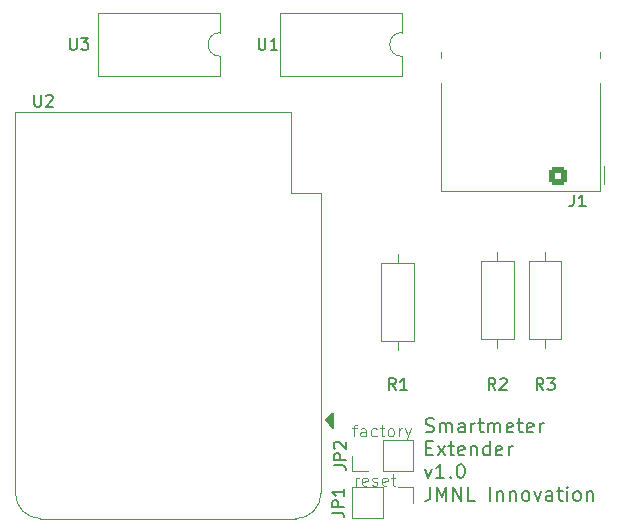
<source format=gto>
G04 #@! TF.GenerationSoftware,KiCad,Pcbnew,8.0.5*
G04 #@! TF.CreationDate,2025-01-26T23:12:08+01:00*
G04 #@! TF.ProjectId,P1_Extender,50315f45-7874-4656-9e64-65722e6b6963,rev?*
G04 #@! TF.SameCoordinates,Original*
G04 #@! TF.FileFunction,Legend,Top*
G04 #@! TF.FilePolarity,Positive*
%FSLAX46Y46*%
G04 Gerber Fmt 4.6, Leading zero omitted, Abs format (unit mm)*
G04 Created by KiCad (PCBNEW 8.0.5) date 2025-01-26 23:12:08*
%MOMM*%
%LPD*%
G01*
G04 APERTURE LIST*
G04 Aperture macros list*
%AMRoundRect*
0 Rectangle with rounded corners*
0 $1 Rounding radius*
0 $2 $3 $4 $5 $6 $7 $8 $9 X,Y pos of 4 corners*
0 Add a 4 corners polygon primitive as box body*
4,1,4,$2,$3,$4,$5,$6,$7,$8,$9,$2,$3,0*
0 Add four circle primitives for the rounded corners*
1,1,$1+$1,$2,$3*
1,1,$1+$1,$4,$5*
1,1,$1+$1,$6,$7*
1,1,$1+$1,$8,$9*
0 Add four rect primitives between the rounded corners*
20,1,$1+$1,$2,$3,$4,$5,0*
20,1,$1+$1,$4,$5,$6,$7,0*
20,1,$1+$1,$6,$7,$8,$9,0*
20,1,$1+$1,$8,$9,$2,$3,0*%
G04 Aperture macros list end*
%ADD10C,0.100000*%
%ADD11C,0.200000*%
%ADD12C,0.150000*%
%ADD13C,0.120000*%
%ADD14C,1.600000*%
%ADD15O,1.600000X1.600000*%
%ADD16R,1.600000X1.600000*%
%ADD17R,1.700000X1.700000*%
%ADD18O,1.700000X1.700000*%
%ADD19R,2.000000X2.000000*%
%ADD20O,2.000000X1.600000*%
%ADD21C,3.250000*%
%ADD22RoundRect,0.250000X0.510000X0.510000X-0.510000X0.510000X-0.510000X-0.510000X0.510000X-0.510000X0*%
%ADD23C,1.520000*%
G04 APERTURE END LIST*
D10*
X143161027Y-110705752D02*
X143541979Y-110705752D01*
X143303884Y-111372419D02*
X143303884Y-110515276D01*
X143303884Y-110515276D02*
X143351503Y-110420038D01*
X143351503Y-110420038D02*
X143446741Y-110372419D01*
X143446741Y-110372419D02*
X143541979Y-110372419D01*
X144303884Y-111372419D02*
X144303884Y-110848609D01*
X144303884Y-110848609D02*
X144256265Y-110753371D01*
X144256265Y-110753371D02*
X144161027Y-110705752D01*
X144161027Y-110705752D02*
X143970551Y-110705752D01*
X143970551Y-110705752D02*
X143875313Y-110753371D01*
X144303884Y-111324800D02*
X144208646Y-111372419D01*
X144208646Y-111372419D02*
X143970551Y-111372419D01*
X143970551Y-111372419D02*
X143875313Y-111324800D01*
X143875313Y-111324800D02*
X143827694Y-111229561D01*
X143827694Y-111229561D02*
X143827694Y-111134323D01*
X143827694Y-111134323D02*
X143875313Y-111039085D01*
X143875313Y-111039085D02*
X143970551Y-110991466D01*
X143970551Y-110991466D02*
X144208646Y-110991466D01*
X144208646Y-110991466D02*
X144303884Y-110943847D01*
X145208646Y-111324800D02*
X145113408Y-111372419D01*
X145113408Y-111372419D02*
X144922932Y-111372419D01*
X144922932Y-111372419D02*
X144827694Y-111324800D01*
X144827694Y-111324800D02*
X144780075Y-111277180D01*
X144780075Y-111277180D02*
X144732456Y-111181942D01*
X144732456Y-111181942D02*
X144732456Y-110896228D01*
X144732456Y-110896228D02*
X144780075Y-110800990D01*
X144780075Y-110800990D02*
X144827694Y-110753371D01*
X144827694Y-110753371D02*
X144922932Y-110705752D01*
X144922932Y-110705752D02*
X145113408Y-110705752D01*
X145113408Y-110705752D02*
X145208646Y-110753371D01*
X145494361Y-110705752D02*
X145875313Y-110705752D01*
X145637218Y-110372419D02*
X145637218Y-111229561D01*
X145637218Y-111229561D02*
X145684837Y-111324800D01*
X145684837Y-111324800D02*
X145780075Y-111372419D01*
X145780075Y-111372419D02*
X145875313Y-111372419D01*
X146351504Y-111372419D02*
X146256266Y-111324800D01*
X146256266Y-111324800D02*
X146208647Y-111277180D01*
X146208647Y-111277180D02*
X146161028Y-111181942D01*
X146161028Y-111181942D02*
X146161028Y-110896228D01*
X146161028Y-110896228D02*
X146208647Y-110800990D01*
X146208647Y-110800990D02*
X146256266Y-110753371D01*
X146256266Y-110753371D02*
X146351504Y-110705752D01*
X146351504Y-110705752D02*
X146494361Y-110705752D01*
X146494361Y-110705752D02*
X146589599Y-110753371D01*
X146589599Y-110753371D02*
X146637218Y-110800990D01*
X146637218Y-110800990D02*
X146684837Y-110896228D01*
X146684837Y-110896228D02*
X146684837Y-111181942D01*
X146684837Y-111181942D02*
X146637218Y-111277180D01*
X146637218Y-111277180D02*
X146589599Y-111324800D01*
X146589599Y-111324800D02*
X146494361Y-111372419D01*
X146494361Y-111372419D02*
X146351504Y-111372419D01*
X147113409Y-111372419D02*
X147113409Y-110705752D01*
X147113409Y-110896228D02*
X147161028Y-110800990D01*
X147161028Y-110800990D02*
X147208647Y-110753371D01*
X147208647Y-110753371D02*
X147303885Y-110705752D01*
X147303885Y-110705752D02*
X147399123Y-110705752D01*
X147637219Y-110705752D02*
X147875314Y-111372419D01*
X148113409Y-110705752D02*
X147875314Y-111372419D01*
X147875314Y-111372419D02*
X147780076Y-111610514D01*
X147780076Y-111610514D02*
X147732457Y-111658133D01*
X147732457Y-111658133D02*
X147637219Y-111705752D01*
D11*
X149360149Y-110989801D02*
X149531578Y-111046943D01*
X149531578Y-111046943D02*
X149817292Y-111046943D01*
X149817292Y-111046943D02*
X149931578Y-110989801D01*
X149931578Y-110989801D02*
X149988720Y-110932658D01*
X149988720Y-110932658D02*
X150045863Y-110818372D01*
X150045863Y-110818372D02*
X150045863Y-110704086D01*
X150045863Y-110704086D02*
X149988720Y-110589801D01*
X149988720Y-110589801D02*
X149931578Y-110532658D01*
X149931578Y-110532658D02*
X149817292Y-110475515D01*
X149817292Y-110475515D02*
X149588720Y-110418372D01*
X149588720Y-110418372D02*
X149474435Y-110361229D01*
X149474435Y-110361229D02*
X149417292Y-110304086D01*
X149417292Y-110304086D02*
X149360149Y-110189801D01*
X149360149Y-110189801D02*
X149360149Y-110075515D01*
X149360149Y-110075515D02*
X149417292Y-109961229D01*
X149417292Y-109961229D02*
X149474435Y-109904086D01*
X149474435Y-109904086D02*
X149588720Y-109846943D01*
X149588720Y-109846943D02*
X149874435Y-109846943D01*
X149874435Y-109846943D02*
X150045863Y-109904086D01*
X150560149Y-111046943D02*
X150560149Y-110246943D01*
X150560149Y-110361229D02*
X150617292Y-110304086D01*
X150617292Y-110304086D02*
X150731577Y-110246943D01*
X150731577Y-110246943D02*
X150903006Y-110246943D01*
X150903006Y-110246943D02*
X151017292Y-110304086D01*
X151017292Y-110304086D02*
X151074435Y-110418372D01*
X151074435Y-110418372D02*
X151074435Y-111046943D01*
X151074435Y-110418372D02*
X151131577Y-110304086D01*
X151131577Y-110304086D02*
X151245863Y-110246943D01*
X151245863Y-110246943D02*
X151417292Y-110246943D01*
X151417292Y-110246943D02*
X151531577Y-110304086D01*
X151531577Y-110304086D02*
X151588720Y-110418372D01*
X151588720Y-110418372D02*
X151588720Y-111046943D01*
X152674435Y-111046943D02*
X152674435Y-110418372D01*
X152674435Y-110418372D02*
X152617292Y-110304086D01*
X152617292Y-110304086D02*
X152503006Y-110246943D01*
X152503006Y-110246943D02*
X152274435Y-110246943D01*
X152274435Y-110246943D02*
X152160149Y-110304086D01*
X152674435Y-110989801D02*
X152560149Y-111046943D01*
X152560149Y-111046943D02*
X152274435Y-111046943D01*
X152274435Y-111046943D02*
X152160149Y-110989801D01*
X152160149Y-110989801D02*
X152103006Y-110875515D01*
X152103006Y-110875515D02*
X152103006Y-110761229D01*
X152103006Y-110761229D02*
X152160149Y-110646943D01*
X152160149Y-110646943D02*
X152274435Y-110589801D01*
X152274435Y-110589801D02*
X152560149Y-110589801D01*
X152560149Y-110589801D02*
X152674435Y-110532658D01*
X153245863Y-111046943D02*
X153245863Y-110246943D01*
X153245863Y-110475515D02*
X153303006Y-110361229D01*
X153303006Y-110361229D02*
X153360149Y-110304086D01*
X153360149Y-110304086D02*
X153474434Y-110246943D01*
X153474434Y-110246943D02*
X153588720Y-110246943D01*
X153817291Y-110246943D02*
X154274434Y-110246943D01*
X153988720Y-109846943D02*
X153988720Y-110875515D01*
X153988720Y-110875515D02*
X154045863Y-110989801D01*
X154045863Y-110989801D02*
X154160148Y-111046943D01*
X154160148Y-111046943D02*
X154274434Y-111046943D01*
X154674434Y-111046943D02*
X154674434Y-110246943D01*
X154674434Y-110361229D02*
X154731577Y-110304086D01*
X154731577Y-110304086D02*
X154845862Y-110246943D01*
X154845862Y-110246943D02*
X155017291Y-110246943D01*
X155017291Y-110246943D02*
X155131577Y-110304086D01*
X155131577Y-110304086D02*
X155188720Y-110418372D01*
X155188720Y-110418372D02*
X155188720Y-111046943D01*
X155188720Y-110418372D02*
X155245862Y-110304086D01*
X155245862Y-110304086D02*
X155360148Y-110246943D01*
X155360148Y-110246943D02*
X155531577Y-110246943D01*
X155531577Y-110246943D02*
X155645862Y-110304086D01*
X155645862Y-110304086D02*
X155703005Y-110418372D01*
X155703005Y-110418372D02*
X155703005Y-111046943D01*
X156731577Y-110989801D02*
X156617291Y-111046943D01*
X156617291Y-111046943D02*
X156388720Y-111046943D01*
X156388720Y-111046943D02*
X156274434Y-110989801D01*
X156274434Y-110989801D02*
X156217291Y-110875515D01*
X156217291Y-110875515D02*
X156217291Y-110418372D01*
X156217291Y-110418372D02*
X156274434Y-110304086D01*
X156274434Y-110304086D02*
X156388720Y-110246943D01*
X156388720Y-110246943D02*
X156617291Y-110246943D01*
X156617291Y-110246943D02*
X156731577Y-110304086D01*
X156731577Y-110304086D02*
X156788720Y-110418372D01*
X156788720Y-110418372D02*
X156788720Y-110532658D01*
X156788720Y-110532658D02*
X156217291Y-110646943D01*
X157131576Y-110246943D02*
X157588719Y-110246943D01*
X157303005Y-109846943D02*
X157303005Y-110875515D01*
X157303005Y-110875515D02*
X157360148Y-110989801D01*
X157360148Y-110989801D02*
X157474433Y-111046943D01*
X157474433Y-111046943D02*
X157588719Y-111046943D01*
X158445862Y-110989801D02*
X158331576Y-111046943D01*
X158331576Y-111046943D02*
X158103005Y-111046943D01*
X158103005Y-111046943D02*
X157988719Y-110989801D01*
X157988719Y-110989801D02*
X157931576Y-110875515D01*
X157931576Y-110875515D02*
X157931576Y-110418372D01*
X157931576Y-110418372D02*
X157988719Y-110304086D01*
X157988719Y-110304086D02*
X158103005Y-110246943D01*
X158103005Y-110246943D02*
X158331576Y-110246943D01*
X158331576Y-110246943D02*
X158445862Y-110304086D01*
X158445862Y-110304086D02*
X158503005Y-110418372D01*
X158503005Y-110418372D02*
X158503005Y-110532658D01*
X158503005Y-110532658D02*
X157931576Y-110646943D01*
X159017290Y-111046943D02*
X159017290Y-110246943D01*
X159017290Y-110475515D02*
X159074433Y-110361229D01*
X159074433Y-110361229D02*
X159131576Y-110304086D01*
X159131576Y-110304086D02*
X159245861Y-110246943D01*
X159245861Y-110246943D02*
X159360147Y-110246943D01*
X149417292Y-112350305D02*
X149817292Y-112350305D01*
X149988720Y-112978876D02*
X149417292Y-112978876D01*
X149417292Y-112978876D02*
X149417292Y-111778876D01*
X149417292Y-111778876D02*
X149988720Y-111778876D01*
X150388720Y-112978876D02*
X151017292Y-112178876D01*
X150388720Y-112178876D02*
X151017292Y-112978876D01*
X151303006Y-112178876D02*
X151760149Y-112178876D01*
X151474435Y-111778876D02*
X151474435Y-112807448D01*
X151474435Y-112807448D02*
X151531578Y-112921734D01*
X151531578Y-112921734D02*
X151645863Y-112978876D01*
X151645863Y-112978876D02*
X151760149Y-112978876D01*
X152617292Y-112921734D02*
X152503006Y-112978876D01*
X152503006Y-112978876D02*
X152274435Y-112978876D01*
X152274435Y-112978876D02*
X152160149Y-112921734D01*
X152160149Y-112921734D02*
X152103006Y-112807448D01*
X152103006Y-112807448D02*
X152103006Y-112350305D01*
X152103006Y-112350305D02*
X152160149Y-112236019D01*
X152160149Y-112236019D02*
X152274435Y-112178876D01*
X152274435Y-112178876D02*
X152503006Y-112178876D01*
X152503006Y-112178876D02*
X152617292Y-112236019D01*
X152617292Y-112236019D02*
X152674435Y-112350305D01*
X152674435Y-112350305D02*
X152674435Y-112464591D01*
X152674435Y-112464591D02*
X152103006Y-112578876D01*
X153188720Y-112178876D02*
X153188720Y-112978876D01*
X153188720Y-112293162D02*
X153245863Y-112236019D01*
X153245863Y-112236019D02*
X153360148Y-112178876D01*
X153360148Y-112178876D02*
X153531577Y-112178876D01*
X153531577Y-112178876D02*
X153645863Y-112236019D01*
X153645863Y-112236019D02*
X153703006Y-112350305D01*
X153703006Y-112350305D02*
X153703006Y-112978876D01*
X154788720Y-112978876D02*
X154788720Y-111778876D01*
X154788720Y-112921734D02*
X154674434Y-112978876D01*
X154674434Y-112978876D02*
X154445862Y-112978876D01*
X154445862Y-112978876D02*
X154331577Y-112921734D01*
X154331577Y-112921734D02*
X154274434Y-112864591D01*
X154274434Y-112864591D02*
X154217291Y-112750305D01*
X154217291Y-112750305D02*
X154217291Y-112407448D01*
X154217291Y-112407448D02*
X154274434Y-112293162D01*
X154274434Y-112293162D02*
X154331577Y-112236019D01*
X154331577Y-112236019D02*
X154445862Y-112178876D01*
X154445862Y-112178876D02*
X154674434Y-112178876D01*
X154674434Y-112178876D02*
X154788720Y-112236019D01*
X155817291Y-112921734D02*
X155703005Y-112978876D01*
X155703005Y-112978876D02*
X155474434Y-112978876D01*
X155474434Y-112978876D02*
X155360148Y-112921734D01*
X155360148Y-112921734D02*
X155303005Y-112807448D01*
X155303005Y-112807448D02*
X155303005Y-112350305D01*
X155303005Y-112350305D02*
X155360148Y-112236019D01*
X155360148Y-112236019D02*
X155474434Y-112178876D01*
X155474434Y-112178876D02*
X155703005Y-112178876D01*
X155703005Y-112178876D02*
X155817291Y-112236019D01*
X155817291Y-112236019D02*
X155874434Y-112350305D01*
X155874434Y-112350305D02*
X155874434Y-112464591D01*
X155874434Y-112464591D02*
X155303005Y-112578876D01*
X156388719Y-112978876D02*
X156388719Y-112178876D01*
X156388719Y-112407448D02*
X156445862Y-112293162D01*
X156445862Y-112293162D02*
X156503005Y-112236019D01*
X156503005Y-112236019D02*
X156617290Y-112178876D01*
X156617290Y-112178876D02*
X156731576Y-112178876D01*
X149303006Y-114110809D02*
X149588720Y-114910809D01*
X149588720Y-114910809D02*
X149874435Y-114110809D01*
X150960149Y-114910809D02*
X150274435Y-114910809D01*
X150617292Y-114910809D02*
X150617292Y-113710809D01*
X150617292Y-113710809D02*
X150503006Y-113882238D01*
X150503006Y-113882238D02*
X150388721Y-113996524D01*
X150388721Y-113996524D02*
X150274435Y-114053667D01*
X151474435Y-114796524D02*
X151531578Y-114853667D01*
X151531578Y-114853667D02*
X151474435Y-114910809D01*
X151474435Y-114910809D02*
X151417292Y-114853667D01*
X151417292Y-114853667D02*
X151474435Y-114796524D01*
X151474435Y-114796524D02*
X151474435Y-114910809D01*
X152274435Y-113710809D02*
X152388721Y-113710809D01*
X152388721Y-113710809D02*
X152503007Y-113767952D01*
X152503007Y-113767952D02*
X152560150Y-113825095D01*
X152560150Y-113825095D02*
X152617292Y-113939381D01*
X152617292Y-113939381D02*
X152674435Y-114167952D01*
X152674435Y-114167952D02*
X152674435Y-114453667D01*
X152674435Y-114453667D02*
X152617292Y-114682238D01*
X152617292Y-114682238D02*
X152560150Y-114796524D01*
X152560150Y-114796524D02*
X152503007Y-114853667D01*
X152503007Y-114853667D02*
X152388721Y-114910809D01*
X152388721Y-114910809D02*
X152274435Y-114910809D01*
X152274435Y-114910809D02*
X152160150Y-114853667D01*
X152160150Y-114853667D02*
X152103007Y-114796524D01*
X152103007Y-114796524D02*
X152045864Y-114682238D01*
X152045864Y-114682238D02*
X151988721Y-114453667D01*
X151988721Y-114453667D02*
X151988721Y-114167952D01*
X151988721Y-114167952D02*
X152045864Y-113939381D01*
X152045864Y-113939381D02*
X152103007Y-113825095D01*
X152103007Y-113825095D02*
X152160150Y-113767952D01*
X152160150Y-113767952D02*
X152274435Y-113710809D01*
X149760149Y-115642742D02*
X149760149Y-116499885D01*
X149760149Y-116499885D02*
X149703006Y-116671314D01*
X149703006Y-116671314D02*
X149588720Y-116785600D01*
X149588720Y-116785600D02*
X149417292Y-116842742D01*
X149417292Y-116842742D02*
X149303006Y-116842742D01*
X150331578Y-116842742D02*
X150331578Y-115642742D01*
X150331578Y-115642742D02*
X150731578Y-116499885D01*
X150731578Y-116499885D02*
X151131578Y-115642742D01*
X151131578Y-115642742D02*
X151131578Y-116842742D01*
X151703007Y-116842742D02*
X151703007Y-115642742D01*
X151703007Y-115642742D02*
X152388721Y-116842742D01*
X152388721Y-116842742D02*
X152388721Y-115642742D01*
X153531578Y-116842742D02*
X152960150Y-116842742D01*
X152960150Y-116842742D02*
X152960150Y-115642742D01*
X154845865Y-116842742D02*
X154845865Y-115642742D01*
X155417294Y-116042742D02*
X155417294Y-116842742D01*
X155417294Y-116157028D02*
X155474437Y-116099885D01*
X155474437Y-116099885D02*
X155588722Y-116042742D01*
X155588722Y-116042742D02*
X155760151Y-116042742D01*
X155760151Y-116042742D02*
X155874437Y-116099885D01*
X155874437Y-116099885D02*
X155931580Y-116214171D01*
X155931580Y-116214171D02*
X155931580Y-116842742D01*
X156503008Y-116042742D02*
X156503008Y-116842742D01*
X156503008Y-116157028D02*
X156560151Y-116099885D01*
X156560151Y-116099885D02*
X156674436Y-116042742D01*
X156674436Y-116042742D02*
X156845865Y-116042742D01*
X156845865Y-116042742D02*
X156960151Y-116099885D01*
X156960151Y-116099885D02*
X157017294Y-116214171D01*
X157017294Y-116214171D02*
X157017294Y-116842742D01*
X157760150Y-116842742D02*
X157645865Y-116785600D01*
X157645865Y-116785600D02*
X157588722Y-116728457D01*
X157588722Y-116728457D02*
X157531579Y-116614171D01*
X157531579Y-116614171D02*
X157531579Y-116271314D01*
X157531579Y-116271314D02*
X157588722Y-116157028D01*
X157588722Y-116157028D02*
X157645865Y-116099885D01*
X157645865Y-116099885D02*
X157760150Y-116042742D01*
X157760150Y-116042742D02*
X157931579Y-116042742D01*
X157931579Y-116042742D02*
X158045865Y-116099885D01*
X158045865Y-116099885D02*
X158103008Y-116157028D01*
X158103008Y-116157028D02*
X158160150Y-116271314D01*
X158160150Y-116271314D02*
X158160150Y-116614171D01*
X158160150Y-116614171D02*
X158103008Y-116728457D01*
X158103008Y-116728457D02*
X158045865Y-116785600D01*
X158045865Y-116785600D02*
X157931579Y-116842742D01*
X157931579Y-116842742D02*
X157760150Y-116842742D01*
X158560150Y-116042742D02*
X158845864Y-116842742D01*
X158845864Y-116842742D02*
X159131579Y-116042742D01*
X160103008Y-116842742D02*
X160103008Y-116214171D01*
X160103008Y-116214171D02*
X160045865Y-116099885D01*
X160045865Y-116099885D02*
X159931579Y-116042742D01*
X159931579Y-116042742D02*
X159703008Y-116042742D01*
X159703008Y-116042742D02*
X159588722Y-116099885D01*
X160103008Y-116785600D02*
X159988722Y-116842742D01*
X159988722Y-116842742D02*
X159703008Y-116842742D01*
X159703008Y-116842742D02*
X159588722Y-116785600D01*
X159588722Y-116785600D02*
X159531579Y-116671314D01*
X159531579Y-116671314D02*
X159531579Y-116557028D01*
X159531579Y-116557028D02*
X159588722Y-116442742D01*
X159588722Y-116442742D02*
X159703008Y-116385600D01*
X159703008Y-116385600D02*
X159988722Y-116385600D01*
X159988722Y-116385600D02*
X160103008Y-116328457D01*
X160503007Y-116042742D02*
X160960150Y-116042742D01*
X160674436Y-115642742D02*
X160674436Y-116671314D01*
X160674436Y-116671314D02*
X160731579Y-116785600D01*
X160731579Y-116785600D02*
X160845864Y-116842742D01*
X160845864Y-116842742D02*
X160960150Y-116842742D01*
X161360150Y-116842742D02*
X161360150Y-116042742D01*
X161360150Y-115642742D02*
X161303007Y-115699885D01*
X161303007Y-115699885D02*
X161360150Y-115757028D01*
X161360150Y-115757028D02*
X161417293Y-115699885D01*
X161417293Y-115699885D02*
X161360150Y-115642742D01*
X161360150Y-115642742D02*
X161360150Y-115757028D01*
X162103007Y-116842742D02*
X161988722Y-116785600D01*
X161988722Y-116785600D02*
X161931579Y-116728457D01*
X161931579Y-116728457D02*
X161874436Y-116614171D01*
X161874436Y-116614171D02*
X161874436Y-116271314D01*
X161874436Y-116271314D02*
X161931579Y-116157028D01*
X161931579Y-116157028D02*
X161988722Y-116099885D01*
X161988722Y-116099885D02*
X162103007Y-116042742D01*
X162103007Y-116042742D02*
X162274436Y-116042742D01*
X162274436Y-116042742D02*
X162388722Y-116099885D01*
X162388722Y-116099885D02*
X162445865Y-116157028D01*
X162445865Y-116157028D02*
X162503007Y-116271314D01*
X162503007Y-116271314D02*
X162503007Y-116614171D01*
X162503007Y-116614171D02*
X162445865Y-116728457D01*
X162445865Y-116728457D02*
X162388722Y-116785600D01*
X162388722Y-116785600D02*
X162274436Y-116842742D01*
X162274436Y-116842742D02*
X162103007Y-116842742D01*
X163017293Y-116042742D02*
X163017293Y-116842742D01*
X163017293Y-116157028D02*
X163074436Y-116099885D01*
X163074436Y-116099885D02*
X163188721Y-116042742D01*
X163188721Y-116042742D02*
X163360150Y-116042742D01*
X163360150Y-116042742D02*
X163474436Y-116099885D01*
X163474436Y-116099885D02*
X163531579Y-116214171D01*
X163531579Y-116214171D02*
X163531579Y-116842742D01*
D10*
X143433884Y-115542419D02*
X143433884Y-114875752D01*
X143433884Y-115066228D02*
X143481503Y-114970990D01*
X143481503Y-114970990D02*
X143529122Y-114923371D01*
X143529122Y-114923371D02*
X143624360Y-114875752D01*
X143624360Y-114875752D02*
X143719598Y-114875752D01*
X144433884Y-115494800D02*
X144338646Y-115542419D01*
X144338646Y-115542419D02*
X144148170Y-115542419D01*
X144148170Y-115542419D02*
X144052932Y-115494800D01*
X144052932Y-115494800D02*
X144005313Y-115399561D01*
X144005313Y-115399561D02*
X144005313Y-115018609D01*
X144005313Y-115018609D02*
X144052932Y-114923371D01*
X144052932Y-114923371D02*
X144148170Y-114875752D01*
X144148170Y-114875752D02*
X144338646Y-114875752D01*
X144338646Y-114875752D02*
X144433884Y-114923371D01*
X144433884Y-114923371D02*
X144481503Y-115018609D01*
X144481503Y-115018609D02*
X144481503Y-115113847D01*
X144481503Y-115113847D02*
X144005313Y-115209085D01*
X144862456Y-115494800D02*
X144957694Y-115542419D01*
X144957694Y-115542419D02*
X145148170Y-115542419D01*
X145148170Y-115542419D02*
X145243408Y-115494800D01*
X145243408Y-115494800D02*
X145291027Y-115399561D01*
X145291027Y-115399561D02*
X145291027Y-115351942D01*
X145291027Y-115351942D02*
X145243408Y-115256704D01*
X145243408Y-115256704D02*
X145148170Y-115209085D01*
X145148170Y-115209085D02*
X145005313Y-115209085D01*
X145005313Y-115209085D02*
X144910075Y-115161466D01*
X144910075Y-115161466D02*
X144862456Y-115066228D01*
X144862456Y-115066228D02*
X144862456Y-115018609D01*
X144862456Y-115018609D02*
X144910075Y-114923371D01*
X144910075Y-114923371D02*
X145005313Y-114875752D01*
X145005313Y-114875752D02*
X145148170Y-114875752D01*
X145148170Y-114875752D02*
X145243408Y-114923371D01*
X146100551Y-115494800D02*
X146005313Y-115542419D01*
X146005313Y-115542419D02*
X145814837Y-115542419D01*
X145814837Y-115542419D02*
X145719599Y-115494800D01*
X145719599Y-115494800D02*
X145671980Y-115399561D01*
X145671980Y-115399561D02*
X145671980Y-115018609D01*
X145671980Y-115018609D02*
X145719599Y-114923371D01*
X145719599Y-114923371D02*
X145814837Y-114875752D01*
X145814837Y-114875752D02*
X146005313Y-114875752D01*
X146005313Y-114875752D02*
X146100551Y-114923371D01*
X146100551Y-114923371D02*
X146148170Y-115018609D01*
X146148170Y-115018609D02*
X146148170Y-115113847D01*
X146148170Y-115113847D02*
X145671980Y-115209085D01*
X146433885Y-114875752D02*
X146814837Y-114875752D01*
X146576742Y-114542419D02*
X146576742Y-115399561D01*
X146576742Y-115399561D02*
X146624361Y-115494800D01*
X146624361Y-115494800D02*
X146719599Y-115542419D01*
X146719599Y-115542419D02*
X146814837Y-115542419D01*
D12*
X146833333Y-107454819D02*
X146500000Y-106978628D01*
X146261905Y-107454819D02*
X146261905Y-106454819D01*
X146261905Y-106454819D02*
X146642857Y-106454819D01*
X146642857Y-106454819D02*
X146738095Y-106502438D01*
X146738095Y-106502438D02*
X146785714Y-106550057D01*
X146785714Y-106550057D02*
X146833333Y-106645295D01*
X146833333Y-106645295D02*
X146833333Y-106788152D01*
X146833333Y-106788152D02*
X146785714Y-106883390D01*
X146785714Y-106883390D02*
X146738095Y-106931009D01*
X146738095Y-106931009D02*
X146642857Y-106978628D01*
X146642857Y-106978628D02*
X146261905Y-106978628D01*
X147785714Y-107454819D02*
X147214286Y-107454819D01*
X147500000Y-107454819D02*
X147500000Y-106454819D01*
X147500000Y-106454819D02*
X147404762Y-106597676D01*
X147404762Y-106597676D02*
X147309524Y-106692914D01*
X147309524Y-106692914D02*
X147214286Y-106740533D01*
X159333333Y-107454819D02*
X159000000Y-106978628D01*
X158761905Y-107454819D02*
X158761905Y-106454819D01*
X158761905Y-106454819D02*
X159142857Y-106454819D01*
X159142857Y-106454819D02*
X159238095Y-106502438D01*
X159238095Y-106502438D02*
X159285714Y-106550057D01*
X159285714Y-106550057D02*
X159333333Y-106645295D01*
X159333333Y-106645295D02*
X159333333Y-106788152D01*
X159333333Y-106788152D02*
X159285714Y-106883390D01*
X159285714Y-106883390D02*
X159238095Y-106931009D01*
X159238095Y-106931009D02*
X159142857Y-106978628D01*
X159142857Y-106978628D02*
X158761905Y-106978628D01*
X159666667Y-106454819D02*
X160285714Y-106454819D01*
X160285714Y-106454819D02*
X159952381Y-106835771D01*
X159952381Y-106835771D02*
X160095238Y-106835771D01*
X160095238Y-106835771D02*
X160190476Y-106883390D01*
X160190476Y-106883390D02*
X160238095Y-106931009D01*
X160238095Y-106931009D02*
X160285714Y-107026247D01*
X160285714Y-107026247D02*
X160285714Y-107264342D01*
X160285714Y-107264342D02*
X160238095Y-107359580D01*
X160238095Y-107359580D02*
X160190476Y-107407200D01*
X160190476Y-107407200D02*
X160095238Y-107454819D01*
X160095238Y-107454819D02*
X159809524Y-107454819D01*
X159809524Y-107454819D02*
X159714286Y-107407200D01*
X159714286Y-107407200D02*
X159666667Y-107359580D01*
X135238095Y-77644819D02*
X135238095Y-78454342D01*
X135238095Y-78454342D02*
X135285714Y-78549580D01*
X135285714Y-78549580D02*
X135333333Y-78597200D01*
X135333333Y-78597200D02*
X135428571Y-78644819D01*
X135428571Y-78644819D02*
X135619047Y-78644819D01*
X135619047Y-78644819D02*
X135714285Y-78597200D01*
X135714285Y-78597200D02*
X135761904Y-78549580D01*
X135761904Y-78549580D02*
X135809523Y-78454342D01*
X135809523Y-78454342D02*
X135809523Y-77644819D01*
X136809523Y-78644819D02*
X136238095Y-78644819D01*
X136523809Y-78644819D02*
X136523809Y-77644819D01*
X136523809Y-77644819D02*
X136428571Y-77787676D01*
X136428571Y-77787676D02*
X136333333Y-77882914D01*
X136333333Y-77882914D02*
X136238095Y-77930533D01*
X141584819Y-113833333D02*
X142299104Y-113833333D01*
X142299104Y-113833333D02*
X142441961Y-113880952D01*
X142441961Y-113880952D02*
X142537200Y-113976190D01*
X142537200Y-113976190D02*
X142584819Y-114119047D01*
X142584819Y-114119047D02*
X142584819Y-114214285D01*
X142584819Y-113357142D02*
X141584819Y-113357142D01*
X141584819Y-113357142D02*
X141584819Y-112976190D01*
X141584819Y-112976190D02*
X141632438Y-112880952D01*
X141632438Y-112880952D02*
X141680057Y-112833333D01*
X141680057Y-112833333D02*
X141775295Y-112785714D01*
X141775295Y-112785714D02*
X141918152Y-112785714D01*
X141918152Y-112785714D02*
X142013390Y-112833333D01*
X142013390Y-112833333D02*
X142061009Y-112880952D01*
X142061009Y-112880952D02*
X142108628Y-112976190D01*
X142108628Y-112976190D02*
X142108628Y-113357142D01*
X141680057Y-112404761D02*
X141632438Y-112357142D01*
X141632438Y-112357142D02*
X141584819Y-112261904D01*
X141584819Y-112261904D02*
X141584819Y-112023809D01*
X141584819Y-112023809D02*
X141632438Y-111928571D01*
X141632438Y-111928571D02*
X141680057Y-111880952D01*
X141680057Y-111880952D02*
X141775295Y-111833333D01*
X141775295Y-111833333D02*
X141870533Y-111833333D01*
X141870533Y-111833333D02*
X142013390Y-111880952D01*
X142013390Y-111880952D02*
X142584819Y-112452380D01*
X142584819Y-112452380D02*
X142584819Y-111833333D01*
X155283333Y-107454819D02*
X154950000Y-106978628D01*
X154711905Y-107454819D02*
X154711905Y-106454819D01*
X154711905Y-106454819D02*
X155092857Y-106454819D01*
X155092857Y-106454819D02*
X155188095Y-106502438D01*
X155188095Y-106502438D02*
X155235714Y-106550057D01*
X155235714Y-106550057D02*
X155283333Y-106645295D01*
X155283333Y-106645295D02*
X155283333Y-106788152D01*
X155283333Y-106788152D02*
X155235714Y-106883390D01*
X155235714Y-106883390D02*
X155188095Y-106931009D01*
X155188095Y-106931009D02*
X155092857Y-106978628D01*
X155092857Y-106978628D02*
X154711905Y-106978628D01*
X155664286Y-106550057D02*
X155711905Y-106502438D01*
X155711905Y-106502438D02*
X155807143Y-106454819D01*
X155807143Y-106454819D02*
X156045238Y-106454819D01*
X156045238Y-106454819D02*
X156140476Y-106502438D01*
X156140476Y-106502438D02*
X156188095Y-106550057D01*
X156188095Y-106550057D02*
X156235714Y-106645295D01*
X156235714Y-106645295D02*
X156235714Y-106740533D01*
X156235714Y-106740533D02*
X156188095Y-106883390D01*
X156188095Y-106883390D02*
X155616667Y-107454819D01*
X155616667Y-107454819D02*
X156235714Y-107454819D01*
X116238095Y-82454819D02*
X116238095Y-83264342D01*
X116238095Y-83264342D02*
X116285714Y-83359580D01*
X116285714Y-83359580D02*
X116333333Y-83407200D01*
X116333333Y-83407200D02*
X116428571Y-83454819D01*
X116428571Y-83454819D02*
X116619047Y-83454819D01*
X116619047Y-83454819D02*
X116714285Y-83407200D01*
X116714285Y-83407200D02*
X116761904Y-83359580D01*
X116761904Y-83359580D02*
X116809523Y-83264342D01*
X116809523Y-83264342D02*
X116809523Y-82454819D01*
X117238095Y-82550057D02*
X117285714Y-82502438D01*
X117285714Y-82502438D02*
X117380952Y-82454819D01*
X117380952Y-82454819D02*
X117619047Y-82454819D01*
X117619047Y-82454819D02*
X117714285Y-82502438D01*
X117714285Y-82502438D02*
X117761904Y-82550057D01*
X117761904Y-82550057D02*
X117809523Y-82645295D01*
X117809523Y-82645295D02*
X117809523Y-82740533D01*
X117809523Y-82740533D02*
X117761904Y-82883390D01*
X117761904Y-82883390D02*
X117190476Y-83454819D01*
X117190476Y-83454819D02*
X117809523Y-83454819D01*
X119238095Y-77644819D02*
X119238095Y-78454342D01*
X119238095Y-78454342D02*
X119285714Y-78549580D01*
X119285714Y-78549580D02*
X119333333Y-78597200D01*
X119333333Y-78597200D02*
X119428571Y-78644819D01*
X119428571Y-78644819D02*
X119619047Y-78644819D01*
X119619047Y-78644819D02*
X119714285Y-78597200D01*
X119714285Y-78597200D02*
X119761904Y-78549580D01*
X119761904Y-78549580D02*
X119809523Y-78454342D01*
X119809523Y-78454342D02*
X119809523Y-77644819D01*
X120190476Y-77644819D02*
X120809523Y-77644819D01*
X120809523Y-77644819D02*
X120476190Y-78025771D01*
X120476190Y-78025771D02*
X120619047Y-78025771D01*
X120619047Y-78025771D02*
X120714285Y-78073390D01*
X120714285Y-78073390D02*
X120761904Y-78121009D01*
X120761904Y-78121009D02*
X120809523Y-78216247D01*
X120809523Y-78216247D02*
X120809523Y-78454342D01*
X120809523Y-78454342D02*
X120761904Y-78549580D01*
X120761904Y-78549580D02*
X120714285Y-78597200D01*
X120714285Y-78597200D02*
X120619047Y-78644819D01*
X120619047Y-78644819D02*
X120333333Y-78644819D01*
X120333333Y-78644819D02*
X120238095Y-78597200D01*
X120238095Y-78597200D02*
X120190476Y-78549580D01*
X161926666Y-90904819D02*
X161926666Y-91619104D01*
X161926666Y-91619104D02*
X161879047Y-91761961D01*
X161879047Y-91761961D02*
X161783809Y-91857200D01*
X161783809Y-91857200D02*
X161640952Y-91904819D01*
X161640952Y-91904819D02*
X161545714Y-91904819D01*
X162926666Y-91904819D02*
X162355238Y-91904819D01*
X162640952Y-91904819D02*
X162640952Y-90904819D01*
X162640952Y-90904819D02*
X162545714Y-91047676D01*
X162545714Y-91047676D02*
X162450476Y-91142914D01*
X162450476Y-91142914D02*
X162355238Y-91190533D01*
X141454819Y-117833333D02*
X142169104Y-117833333D01*
X142169104Y-117833333D02*
X142311961Y-117880952D01*
X142311961Y-117880952D02*
X142407200Y-117976190D01*
X142407200Y-117976190D02*
X142454819Y-118119047D01*
X142454819Y-118119047D02*
X142454819Y-118214285D01*
X142454819Y-117357142D02*
X141454819Y-117357142D01*
X141454819Y-117357142D02*
X141454819Y-116976190D01*
X141454819Y-116976190D02*
X141502438Y-116880952D01*
X141502438Y-116880952D02*
X141550057Y-116833333D01*
X141550057Y-116833333D02*
X141645295Y-116785714D01*
X141645295Y-116785714D02*
X141788152Y-116785714D01*
X141788152Y-116785714D02*
X141883390Y-116833333D01*
X141883390Y-116833333D02*
X141931009Y-116880952D01*
X141931009Y-116880952D02*
X141978628Y-116976190D01*
X141978628Y-116976190D02*
X141978628Y-117357142D01*
X142454819Y-115833333D02*
X142454819Y-116404761D01*
X142454819Y-116119047D02*
X141454819Y-116119047D01*
X141454819Y-116119047D02*
X141597676Y-116214285D01*
X141597676Y-116214285D02*
X141692914Y-116309523D01*
X141692914Y-116309523D02*
X141740533Y-116404761D01*
D13*
X145630000Y-96730000D02*
X145630000Y-103270000D01*
X145630000Y-103270000D02*
X148370000Y-103270000D01*
X147000000Y-95960000D02*
X147000000Y-96730000D01*
X147000000Y-104040000D02*
X147000000Y-103270000D01*
X148370000Y-96730000D02*
X145630000Y-96730000D01*
X148370000Y-103270000D02*
X148370000Y-96730000D01*
X158130000Y-96560000D02*
X158130000Y-103100000D01*
X158130000Y-103100000D02*
X160870000Y-103100000D01*
X159500000Y-95790000D02*
X159500000Y-96560000D01*
X159500000Y-103870000D02*
X159500000Y-103100000D01*
X160870000Y-96560000D02*
X158130000Y-96560000D01*
X160870000Y-103100000D02*
X160870000Y-96560000D01*
X137050000Y-75540000D02*
X137050000Y-80840000D01*
X137050000Y-80840000D02*
X147330000Y-80840000D01*
X147330000Y-75540000D02*
X137050000Y-75540000D01*
X147330000Y-77190000D02*
X147330000Y-75540000D01*
X147330000Y-80840000D02*
X147330000Y-79190000D01*
X147330000Y-79190000D02*
G75*
G02*
X147330000Y-77190000I0J1000000D01*
G01*
X143130000Y-114330000D02*
X143130000Y-113000000D01*
X144460000Y-114330000D02*
X143130000Y-114330000D01*
X145730000Y-111670000D02*
X148330000Y-111670000D01*
X145730000Y-114330000D02*
X145730000Y-111670000D01*
X145730000Y-114330000D02*
X148330000Y-114330000D01*
X148330000Y-114330000D02*
X148330000Y-111670000D01*
X154080000Y-96560000D02*
X154080000Y-103100000D01*
X154080000Y-103100000D02*
X156820000Y-103100000D01*
X155450000Y-95790000D02*
X155450000Y-96560000D01*
X155450000Y-103870000D02*
X155450000Y-103100000D01*
X156820000Y-96560000D02*
X154080000Y-96560000D01*
X156820000Y-103100000D02*
X156820000Y-96560000D01*
X114640000Y-83880000D02*
X114640000Y-116210000D01*
X116760000Y-118340000D02*
X138370000Y-118340000D01*
X137960000Y-83880000D02*
X114640000Y-83880000D01*
X137960000Y-90780000D02*
X137960000Y-83880000D01*
X140500000Y-90780000D02*
X137960000Y-90780000D01*
X140500000Y-90780000D02*
X140500000Y-116210000D01*
X116770000Y-118340000D02*
G75*
G02*
X114640000Y-116210000I0J2130000D01*
G01*
X140500000Y-116210000D02*
G75*
G02*
X138370000Y-118340000I-2130002J2D01*
G01*
D12*
X141540000Y-110635000D02*
X140905000Y-110000000D01*
X141540000Y-109365000D01*
X141540000Y-110635000D01*
G36*
X141540000Y-110635000D02*
G01*
X140905000Y-110000000D01*
X141540000Y-109365000D01*
X141540000Y-110635000D01*
G37*
D13*
X121670000Y-75540000D02*
X121670000Y-80840000D01*
X121670000Y-80840000D02*
X131950000Y-80840000D01*
X131950000Y-75540000D02*
X121670000Y-75540000D01*
X131950000Y-77190000D02*
X131950000Y-75540000D01*
X131950000Y-80840000D02*
X131950000Y-79190000D01*
X131950000Y-79190000D02*
G75*
G02*
X131950000Y-77190000I0J1000000D01*
G01*
X150710000Y-78840000D02*
X150710000Y-79300000D01*
X150710000Y-90630000D02*
X150710000Y-81500000D01*
X164130000Y-78840000D02*
X164130000Y-79300000D01*
X164130000Y-81500000D02*
X164130000Y-90630000D01*
X164130000Y-90630000D02*
X150710000Y-90630000D01*
X164440000Y-88520000D02*
X164440000Y-90050000D01*
X143130000Y-115670000D02*
X143130000Y-118330000D01*
X145730000Y-115670000D02*
X143130000Y-115670000D01*
X145730000Y-115670000D02*
X145730000Y-118330000D01*
X145730000Y-118330000D02*
X143130000Y-118330000D01*
X147000000Y-115670000D02*
X148330000Y-115670000D01*
X148330000Y-115670000D02*
X148330000Y-117000000D01*
%LPC*%
D14*
X147000000Y-105080000D03*
D15*
X147000000Y-94920000D03*
D14*
X159500000Y-104910000D03*
D15*
X159500000Y-94750000D03*
D16*
X146000000Y-74380000D03*
D15*
X143460000Y-74380000D03*
X140920000Y-74380000D03*
X138380000Y-74380000D03*
X138380000Y-82000000D03*
X140920000Y-82000000D03*
X143460000Y-82000000D03*
X146000000Y-82000000D03*
D17*
X144460000Y-113000000D03*
D18*
X147000000Y-113000000D03*
D14*
X155450000Y-104910000D03*
D15*
X155450000Y-94750000D03*
D19*
X139000000Y-110000000D03*
D20*
X139000000Y-107460000D03*
X139000000Y-104920000D03*
X139000000Y-102380000D03*
X139000000Y-99840000D03*
X139000000Y-97300000D03*
X139000000Y-94760000D03*
X139000000Y-92220000D03*
X116140000Y-92220000D03*
X116140000Y-94760000D03*
X116140000Y-97300000D03*
X116140000Y-99840000D03*
X116140000Y-102380000D03*
X116140000Y-104920000D03*
X116140000Y-107460000D03*
X116140000Y-110000000D03*
D16*
X130620000Y-74380000D03*
D15*
X128080000Y-74380000D03*
X125540000Y-74380000D03*
X123000000Y-74380000D03*
X123000000Y-82000000D03*
X125540000Y-82000000D03*
X128080000Y-82000000D03*
X130620000Y-82000000D03*
D21*
X162500000Y-80400000D03*
X152340000Y-80400000D03*
D22*
X160600000Y-89290000D03*
D23*
X159330000Y-86750000D03*
X158060000Y-89290000D03*
X156790000Y-86750000D03*
X155520000Y-89290000D03*
X154250000Y-86750000D03*
D17*
X147000000Y-117000000D03*
D18*
X144460000Y-117000000D03*
%LPD*%
M02*

</source>
